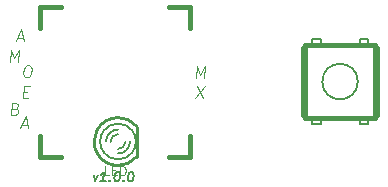
<source format=gto>
G04 (created by PCBNEW (2013-may-18)-stable) date Sun 23 Aug 2015 06:19:44 PM EDT*
%MOIN*%
G04 Gerber Fmt 3.4, Leading zero omitted, Abs format*
%FSLAX34Y34*%
G01*
G70*
G90*
G04 APERTURE LIST*
%ADD10C,0.00590551*%
%ADD11C,0.00492126*%
%ADD12C,0.00787402*%
%ADD13C,0.01*%
%ADD14C,0.006*%
%ADD15C,0.015*%
%ADD16C,0.0079*%
%ADD17C,0.0035*%
G04 APERTURE END LIST*
G54D10*
G54D11*
X100723Y-43640D02*
X100936Y-44034D01*
X100985Y-43640D02*
X100673Y-44034D01*
X100698Y-43384D02*
X100748Y-42990D01*
X100844Y-43271D01*
X101010Y-42990D01*
X100961Y-43384D01*
G54D12*
X97285Y-46617D02*
X97334Y-46827D01*
X97435Y-46617D01*
X97694Y-46827D02*
X97514Y-46827D01*
X97604Y-46827D02*
X97643Y-46512D01*
X97607Y-46557D01*
X97574Y-46587D01*
X97542Y-46602D01*
X97832Y-46797D02*
X97845Y-46812D01*
X97829Y-46827D01*
X97815Y-46812D01*
X97832Y-46797D01*
X97829Y-46827D01*
X98078Y-46512D02*
X98108Y-46512D01*
X98136Y-46527D01*
X98149Y-46542D01*
X98160Y-46572D01*
X98168Y-46632D01*
X98159Y-46707D01*
X98136Y-46767D01*
X98117Y-46797D01*
X98100Y-46812D01*
X98069Y-46827D01*
X98039Y-46827D01*
X98010Y-46812D01*
X97997Y-46797D01*
X97986Y-46767D01*
X97979Y-46707D01*
X97988Y-46632D01*
X98010Y-46572D01*
X98029Y-46542D01*
X98046Y-46527D01*
X98078Y-46512D01*
X98282Y-46797D02*
X98295Y-46812D01*
X98279Y-46827D01*
X98265Y-46812D01*
X98282Y-46797D01*
X98279Y-46827D01*
X98528Y-46512D02*
X98558Y-46512D01*
X98586Y-46527D01*
X98599Y-46542D01*
X98610Y-46572D01*
X98618Y-46632D01*
X98608Y-46707D01*
X98586Y-46767D01*
X98567Y-46797D01*
X98550Y-46812D01*
X98518Y-46827D01*
X98488Y-46827D01*
X98460Y-46812D01*
X98447Y-46797D01*
X98436Y-46767D01*
X98429Y-46707D01*
X98438Y-46632D01*
X98460Y-46572D01*
X98479Y-46542D01*
X98496Y-46527D01*
X98528Y-46512D01*
G54D11*
X94683Y-44403D02*
X94737Y-44421D01*
X94754Y-44440D01*
X94768Y-44478D01*
X94761Y-44534D01*
X94737Y-44571D01*
X94716Y-44590D01*
X94676Y-44609D01*
X94526Y-44609D01*
X94576Y-44215D01*
X94707Y-44215D01*
X94742Y-44234D01*
X94758Y-44253D01*
X94773Y-44290D01*
X94768Y-44328D01*
X94744Y-44365D01*
X94723Y-44384D01*
X94683Y-44403D01*
X94552Y-44403D01*
X95066Y-42965D02*
X95141Y-42965D01*
X95176Y-42984D01*
X95209Y-43021D01*
X95219Y-43096D01*
X95202Y-43228D01*
X95174Y-43303D01*
X95132Y-43340D01*
X95092Y-43359D01*
X95017Y-43359D01*
X94982Y-43340D01*
X94949Y-43303D01*
X94940Y-43228D01*
X94956Y-43096D01*
X94984Y-43021D01*
X95026Y-42984D01*
X95066Y-42965D01*
X94900Y-44946D02*
X95087Y-44946D01*
X94848Y-45059D02*
X95029Y-44665D01*
X95111Y-45059D01*
X94946Y-43853D02*
X95077Y-43853D01*
X95108Y-44059D02*
X94920Y-44059D01*
X94969Y-43665D01*
X95157Y-43665D01*
X94498Y-42834D02*
X94548Y-42440D01*
X94644Y-42721D01*
X94810Y-42440D01*
X94761Y-42834D01*
X94750Y-42046D02*
X94937Y-42046D01*
X94698Y-42159D02*
X94879Y-41765D01*
X94961Y-42159D01*
G54D13*
X98720Y-46000D02*
X98720Y-45000D01*
G54D14*
X97639Y-45115D02*
G75*
G03X97500Y-45500I460J-384D01*
G74*
G01*
X97500Y-45500D02*
G75*
G03X97651Y-45897I599J0D01*
G74*
G01*
X98699Y-45500D02*
G75*
G03X98555Y-45110I-599J0D01*
G74*
G01*
X98560Y-45884D02*
G75*
G03X98700Y-45500I-460J384D01*
G74*
G01*
X98587Y-45150D02*
G75*
G03X98100Y-44900I-487J-349D01*
G74*
G01*
X98100Y-44900D02*
G75*
G03X97620Y-45139I0J-600D01*
G74*
G01*
X98100Y-46099D02*
G75*
G03X98572Y-45868I0J599D01*
G74*
G01*
X97626Y-45868D02*
G75*
G03X98100Y-46100I473J368D01*
G74*
G01*
X98100Y-45250D02*
G75*
G03X97850Y-45500I0J-250D01*
G74*
G01*
X98100Y-45100D02*
G75*
G03X97700Y-45500I0J-400D01*
G74*
G01*
X98100Y-45750D02*
G75*
G03X98350Y-45500I0J250D01*
G74*
G01*
X98100Y-45900D02*
G75*
G03X98500Y-45500I0J400D01*
G74*
G01*
G54D13*
X98713Y-44986D02*
G75*
G03X98100Y-44700I-613J-513D01*
G74*
G01*
X98100Y-44701D02*
G75*
G03X97395Y-45123I0J-799D01*
G74*
G01*
X98101Y-46298D02*
G75*
G03X98710Y-46015I-1J798D01*
G74*
G01*
X97405Y-45897D02*
G75*
G03X98100Y-46300I694J397D01*
G74*
G01*
X97395Y-45120D02*
G75*
G03X97300Y-45500I704J-379D01*
G74*
G01*
X97300Y-45500D02*
G75*
G03X97418Y-45918I799J0D01*
G74*
G01*
G54D15*
X95500Y-41000D02*
X96200Y-41000D01*
X99800Y-41000D02*
X100500Y-41000D01*
X100500Y-41000D02*
X100500Y-41700D01*
X100500Y-45300D02*
X100500Y-46000D01*
X100500Y-46000D02*
X99800Y-46000D01*
X96200Y-46000D02*
X95500Y-46000D01*
X95500Y-46000D02*
X95500Y-45300D01*
X95500Y-41700D02*
X95500Y-41000D01*
G54D16*
X106091Y-43500D02*
G75*
G03X106091Y-43500I-591J0D01*
G74*
G01*
X104575Y-44720D02*
X104575Y-44917D01*
X104575Y-44917D02*
X104850Y-44917D01*
X104850Y-44917D02*
X104850Y-44720D01*
X106425Y-44917D02*
X106425Y-44720D01*
X106150Y-44917D02*
X106425Y-44917D01*
X106150Y-44720D02*
X106150Y-44917D01*
X106150Y-42280D02*
X106150Y-42083D01*
X106150Y-42083D02*
X106425Y-42083D01*
X106425Y-42083D02*
X106425Y-42280D01*
X104575Y-42280D02*
X104575Y-42083D01*
X104575Y-42083D02*
X104850Y-42083D01*
X104850Y-42083D02*
X104850Y-42280D01*
G54D15*
X106720Y-44602D02*
X106720Y-42398D01*
X104280Y-44602D02*
X104280Y-42398D01*
X104319Y-44720D02*
X104319Y-42280D01*
X104319Y-42280D02*
X106681Y-42280D01*
X106681Y-42280D02*
X106681Y-44720D01*
X106681Y-44720D02*
X104319Y-44720D01*
G54D17*
X97807Y-46621D02*
X97664Y-46621D01*
X97664Y-46321D01*
X97907Y-46464D02*
X98007Y-46464D01*
X98050Y-46621D02*
X97907Y-46621D01*
X97907Y-46321D01*
X98050Y-46321D01*
X98178Y-46621D02*
X98178Y-46321D01*
X98250Y-46321D01*
X98292Y-46335D01*
X98321Y-46364D01*
X98335Y-46392D01*
X98350Y-46450D01*
X98350Y-46492D01*
X98335Y-46550D01*
X98321Y-46578D01*
X98292Y-46607D01*
X98250Y-46621D01*
X98178Y-46621D01*
M02*

</source>
